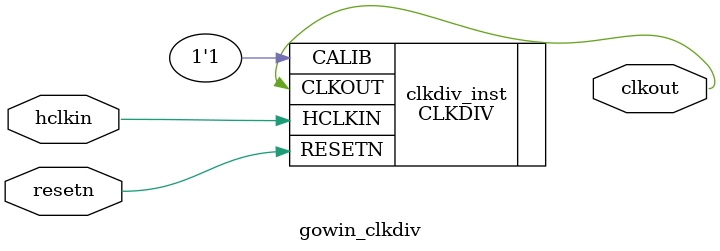
<source format=v>

module gowin_clkdiv (clkout, hclkin, resetn);

output clkout;
input hclkin;
input resetn;


CLKDIV clkdiv_inst (
    .RESETN(resetn),
    .HCLKIN(hclkin),
    .CLKOUT(clkout),
    .CALIB(1'b1)
);

defparam clkdiv_inst.DIV_MODE = "5";
defparam clkdiv_inst.GSREN = "false";

endmodule //Gowin_CLKDIV
</source>
